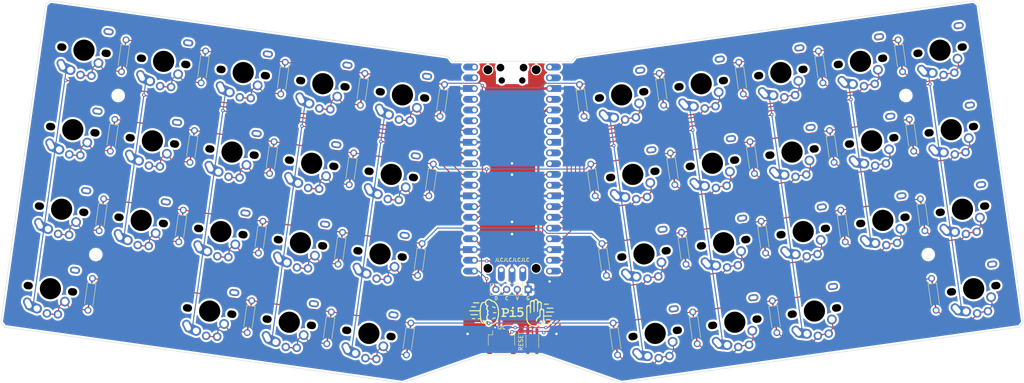
<source format=kicad_pcb>
(kicad_pcb (version 20211014) (generator pcbnew)
  (layers (0 "F.Cu" signal) (31 "B.Cu" signal) (34 "B.Paste" user) (35 "F.Paste" user) (36 "B.SilkS" user "B.Silkscreen") (37 "F.SilkS" user "F.Silkscreen") (38 "B.Mask" user) (39 "F.Mask" user) (44 "Edge.Cuts" user))
  (net 0 "")
  (net 1 "ROW1")
  (net 2 "Net-(D1-Pad2)")
  (net 3 "Net-(D2-Pad2)")
  (net 4 "Net-(D3-Pad2)")
  (net 5 "Net-(D4-Pad2)")
  (net 6 "Net-(D5-Pad2)")
  (net 7 "Net-(D6-Pad2)")
  (net 8 "Net-(D7-Pad2)")
  (net 9 "Net-(D8-Pad2)")
  (net 10 "Net-(D9-Pad2)")
  (net 11 "Net-(D10-Pad2)")
  (net 12 "ROW2")
  (net 13 "Net-(D11-Pad2)")
  (net 14 "Net-(D12-Pad2)")
  (net 15 "Net-(D13-Pad2)")
  (net 16 "Net-(D14-Pad2)")
  (net 17 "Net-(D15-Pad2)")
  (net 18 "Net-(D16-Pad2)")
  (net 19 "Net-(D17-Pad2)")
  (net 20 "Net-(D18-Pad2)")
  (net 21 "Net-(D19-Pad2)")
  (net 22 "Net-(D20-Pad2)")
  (net 23 "ROW3")
  (net 24 "Net-(D21-Pad2)")
  (net 25 "Net-(D22-Pad2)")
  (net 26 "Net-(D23-Pad2)")
  (net 27 "Net-(D24-Pad2)")
  (net 28 "Net-(D25-Pad2)")
  (net 29 "Net-(D26-Pad2)")
  (net 30 "Net-(D27-Pad2)")
  (net 31 "Net-(D28-Pad2)")
  (net 32 "Net-(D29-Pad2)")
  (net 33 "Net-(D30-Pad2)")
  (net 34 "ROW4")
  (net 35 "Net-(D31-Pad2)")
  (net 36 "Net-(D33-Pad2)")
  (net 37 "Net-(D34-Pad2)")
  (net 38 "Net-(D35-Pad2)")
  (net 39 "Net-(D36-Pad2)")
  (net 40 "Net-(D37-Pad2)")
  (net 41 "Net-(D38-Pad2)")
  (net 42 "+3V3")
  (net 43 "SDA1")
  (net 44 "SCL1")
  (net 45 "SDA0")
  (net 46 "SCL0")
  (net 47 "COL1")
  (net 48 "COL2")
  (net 49 "COL3")
  (net 50 "COL4")
  (net 51 "COL5")
  (net 52 "COL6")
  (net 53 "COL7")
  (net 54 "COL8")
  (net 55 "COL9")
  (net 56 "COL10")
  (net 57 "RUN")
  (net 73 "Net-(D40-Pad2)")
  (net 74 "GND")
  (footprint "Pi5Footprints:Multi-diode" (layer "F.Cu") (at 220.721293 112.470396 -82)
    (fp_text reference "D29" hide)
    (fp_text value "D")
  )
  (footprint "Pi5Footprints:Multi-diode" (layer "F.Cu") (at 242.180675 128.6412 -82)
    (fp_text reference "D40" hide)
    (fp_text value "D")
  )
  (footprint "MountingHole:MountingHole_2.2mm_M2" (layer "F.Cu") (at 235.569953 81.603467)
    (fp_text reference "H2" hide)
    (fp_text value "MountingHole_Pad")
  )
  (footprint "Pi5Footprints:Multi-diode" (layer "F.Cu") (at 80.449106 133.930489 -98)
    (fp_text reference "D33" hide)
    (fp_text value "D")
  )
  (footprint "Pi5Footprints:Multi-diode" (layer "F.Cu") (at 201.906199 115.114685 -82)
    (fp_text reference "D28" hide)
    (fp_text value "D")
  )
  (footprint "Pi5Footprints:Low Profile GC plus MX" (layer "F.Cu") (at 108.671746 137.896922 -8)
    (fp_text reference "SW35" hide)
    (fp_text value "SW_Push")
  )
  (footprint "Pi5Footprints:Low Profile GC plus MX" (layer "F.Cu") (at 41.344239 70.874486 -8)
    (fp_text reference "SW1" hide)
    (fp_text value "SW_Push")
  )
  (footprint "Pi5Footprints:Low Profile GC plus MX" (layer "F.Cu") (at 208.669457 94.977447 8)
    (fp_text reference "SW18" hide)
    (fp_text value "SW_Push")
  )
  (footprint "Pi5Footprints:Low Profile GC plus MX" (layer "F.Cu") (at 213.958035 132.607633 8)
    (fp_text reference "SW38" hide)
    (fp_text value "SW_Push")
  )
  (footprint "MountingHole:MountingHole_2.2mm_M2" (layer "F.Cu") (at 44.141063 119.234364)
    (fp_text reference "H3" hide)
    (fp_text value "MountingHole_Pad")
  )
  (footprint "Pi5Footprints:Multi-diode" (layer "F.Cu") (at 236.892097 91.011013 -82)
    (fp_text reference "D20" hide)
    (fp_text value "D")
  )
  (footprint "Pi5Footprints:Low Profile GC plus MX" (layer "F.Cu") (at 230.128839 111.148251 8)
    (fp_text reference "SW29" hide)
    (fp_text value "SW_Push")
  )
  (footprint "Pi5Footprints:Low Profile GC plus MX" (layer "F.Cu") (at 57.515044 92.333869 -8)
    (fp_text reference "SW12" hide)
    (fp_text value "SW_Push")
  )
  (footprint "Pi5Footprints:Low Profile GC plus MX" (layer "F.Cu") (at 168.394981 81.450931 8)
    (fp_text reference "SW6" hide)
    (fp_text value "SW_Push")
  )
  (footprint "Pi5Footprints:Multi-diode" (layer "F.Cu") (at 101.908488 117.759684 -98)
    (fp_text reference "D24" hide)
    (fp_text value "D")
  )
  (footprint "Pi5Footprints:Multi-diode" (layer "F.Cu") (at 83.093395 115.115395 -98)
    (fp_text reference "D23" hide)
    (fp_text value "D")
  )
  (footprint "Pi5Footprints:Multi-diode" (layer "F.Cu") (at 185.735395 136.574067 -82)
    (fp_text reference "D37" hide)
    (fp_text value "D")
  )
  (footprint "Pi5Footprints:Multi-diode" (layer "F.Cu") (at 180.446817 98.94388 -82)
    (fp_text reference "D17" hide)
    (fp_text value "D")
  )
  (footprint "Pi5Footprints:Multi-diode" (layer "F.Cu") (at 120.723581 120.403973 -98)
    (fp_text reference "D25" hide)
    (fp_text value "D")
  )
  (footprint "Pi5Footprints:Multi-diode" (layer "F.Cu") (at 177.802528 80.128787 -82)
    (fp_text reference "D7" hide)
    (fp_text value "D")
  )
  (footprint "Pi5Footprints:Low Profile GC plus MX" (layer "F.Cu") (at 206.025168 76.162354 8)
    (fp_text reference "SW8" hide)
    (fp_text value "SW_Push")
  )
  (footprint "Pi5Footprints:Multi-diode" (layer "F.Cu") (at 199.26191 96.299591 -82)
    (fp_text reference "D18" hide)
    (fp_text value "D")
  )
  (footprint "MountingHole:MountingHole_2.2mm_M2" (layer "F.Cu") (at 49.429641 81.604177)
    (fp_text reference "H1" hide)
    (fp_text value "MountingHole_Pad")
  )
  (footprint "MountingHole:MountingHole_2.2mm_M2" (layer "F.Cu") (at 240.85853 119.233654)
    (fp_text reference "H4" hide)
    (fp_text value "MountingHole_Pad")
  )
  (footprint "Pi5Footprints:Multi-diode" (layer "F.Cu") (at 99.264199 136.574777 -98)
    (fp_text reference "D34" hide)
    (fp_text value "D")
  )
  (footprint "Pi5Footprints:Low Profile GC plus MX" (layer "F.Cu") (at 227.48455 92.333158 8)
    (fp_text reference "SW19" hide)
    (fp_text value "SW_Push")
  )
  (footprint "Pi5Footprints:Multi-diode" (layer "F.Cu") (at 118.079292 139.219066 -98)
    (fp_text reference "D35" hide)
    (fp_text value "D")
  )
  (footprint "Pi5Footprints:Low Profile GC plus MX" (layer "F.Cu") (at 246.299644 89.688869 8)
    (fp_text reference "SW20" hide)
    (fp_text value "SW_Push")
  )
  (footprint "Pi5Footprints:Low Profile GC plus MX" (layer "F.Cu") (at 71.041559 132.608344 -8)
    (fp_text reference "SW33" hide)
    (fp_text value "SW_Push")
  )
  (footprint "Pi5Footprints:Multi-diode" (layer "F.Cu") (at 85.737683 96.300302 -98)
    (fp_text reference "D13" hide)
    (fp_text value "D")
  )
  (footprint "Pi5Footprints:Low Profile GC plus MX" (layer "F.Cu") (at 76.330137 94.978157 -8)
    (fp_text reference "SW13" hide)
    (fp_text value "SW_Push")
  )
  (footprint "Pi5Footprints:Low Profile GC plus MX" (layer "F.Cu") (at 92.500941 116.43754 -8)
    (fp_text reference "SW24" hide)
    (fp_text value "SW_Push")
  )
  (footprint "Pi5Footprints:Low Profile GC plus MX" (layer "F.Cu") (at 89.856652 135.252633 -8)
    (fp_text reference "SW34" hide)
    (fp_text value "SW_Push")
  )
  (footprint "Pi5Footprints:Multi-diode" (layer "F.Cu") (at 123.36787 101.58888 -98)
    (fp_text reference "D15" hide)
    (fp_text value "D")
  )
  (footprint "Pi5Footprints:Pi5-logo-outline" (layer "F.Cu") (at 142.761121 133.460098)
    (fp_text reference "REF**" hide)
    (fp_text value "Pi5-logo-outline")
  )
  (footprint "Pi5Footprints:Low Profile GC plus MX" (layer "F.Cu") (at 95.14523 97.622446 -8)
    (fp_text reference "SW14" hide)
    (fp_text value "SW_Push")
  )
  (footprint "Pi5Footprints:Low Profile GC plus MX" (layer "F.Cu") (at 97.789519 78.807353 -8)
    (fp_text reference "SW4" hide)
    (fp_text value "SW_Push")
  )
  (footprint "Connector_JST:JST_SH_SM04B-SRSS-TB_1x04-1MP_P1.00mm_Horizontal" (layer "F.Cu") (at 140 140)
    (fp_text reference "J1" hide)
    (fp_text value "QWIIC")
  )
  (footprint "Pi5Footprints:Multi-diode" (layer "F.Cu") (at 88.381972 77.485209 -98)
    (fp_text reference "D3" hide)
    (fp_text value "D")
  )
  (footprint "Pi5Footprints:Tact Switch (PTS815)" (layer "F.Cu") (at 147.3 139.75 -90)
    (fp_text reference "SW100" hide)
    (fp_text value "RESET")
  )
  (footprint "Pi5Footprints:Low Profile GC plus MX" (layer "F.Cu") (at 116.604612 81.451642 -8)
    (fp_text reference "SW5" hide)
    (fp_text value "SW_Push")
  )
  (footprint "Pi5Footprints:Low Profile GC plus MX" (layer "F.Cu") (at 113.960323 100.266735 -8)
    (fp_text reference "SW15" hide)
    (fp_text value "SW_Push")
  )
  (footprint "Pi5Footprints:Low Profile GC plus MX" (layer "F.Cu") (at 60.159332 73.518775 -8)
    (fp_text reference "SW2" hide)
    (fp_text value "SW_Push")
  )
  (footprint "Pi5Footprints:Multi-diode" (layer "F.Cu") (at 234.247808 72.19592 -82)
    (fp_text reference "D10" hide)
    (fp_text value "D")
  )
  (footprint "Pi5Footprints:Low Profile GC plus MX" (layer "F.Cu") (at 248.943933 108.503962 8)
    (fp_text reference "SW30" hide)
    (fp_text value "SW_Push")
  )
  (footprint "Pi5Footprints:Multi-diode" (layer "F.Cu") (at 50.751786 72.196631 -98)
    (fp_text reference "D1" hide)
    (fp_text value "D")
  )
  (footprint "Pi5Footprints:Multi-diode" (layer "F.Cu") (at 196.617621 77.484498 -82)
    (fp_text reference "D8" hide)
    (fp_text value "D")
  )
  (footprint "Pi5Footprints:Low Profile GC plus MX" (layer "F.Cu") (at 211.313746 113.79254 8)
    (fp_text reference "SW28" hide)
    (fp_text value "SW_Push")
  )
  (footprint "Pi5Footprints:Low Profile GC plus MX" (layer "F.Cu") (at 78.974426 76.163064 -8)
    (fp_text reference "SW3" hide)
    (fp_text value "SW_Push")
  )
  (footprint "Pi5Footprints:Low Profile GC plus MX" (layer "F.Cu") (at 187.210075 78.806642 8)
    (fp_text reference "SW7" hide)
    (fp_text value "SW_Push")
  )
  (footprint "Pi5Footprints:Multi-diode" (layer "F.Cu") (at 166.920302 139.218356 -82)
    (fp_text reference "D36" hide)
    (fp_text value "D")
  )
  (footprint "Pi5Footprints:Low Profile GC plus MX" (layer "F.Cu") (at 189.854364 97.621736 8)
    (fp_text reference "SW17" hide)
    (fp_text value "SW_Push")
  )
  (footprint "Pi5Footprints:Low Profile GC plus MX" (layer "F.Cu") (at 243.655355 70.873776 8)
    (fp_text reference "SW10" hide)
    (fp_text value "SW_Push")
  )
  (footprint "Pi5Footprints:Low Profile GC plus MX" (layer "F.Cu") (at 38.69995 89.68958 -8)
    (fp_text reference "SW11" hide)
    (fp_text value "SW_Push")
  )
  (footprint "Pi5Footprints:Multi-diode" (layer "F.Cu") (at 218.077004 93.655302 -82)
    (fp_text reference "D19" hide)
    (fp_text value "D")
  )
  (footprint "Pi5Footprints:Low Profile GC plus MX" (layer "F.Cu") (at 111.316035 119.081829 -8)
    (fp_text reference "SW25" hide)
    (fp_text value "SW_Push")
  )
  (footprint "Pi5Footprints:Multi-diode" (layer "F.Cu") (at 48.107497 91.011724 -98)
    (fp_text reference "D11" hide)
    (fp_text value "D")
  )
  (footprint "Pi5Footprints:Multi-diode" (layer "F.Cu") (at 66.92259 93.656013 -98)
    (fp_text reference "D12" hide)
    (fp_text value "D")
  )
  (footprint "Pi5Footprints:Low Profile GC plus MX" (layer "F.Cu") (at 251.588221 127.319056 8)
    (fp_text reference "SW40" hide)
    (fp_text value "SW_Push")
  )
  (footprint "Pi5Footprints:Low Profile GC plus MX" (layer "F.Cu") (at 33.411372 127.319766 -8)
    (fp_text reference "SW31" hide)
    (fp_text value "SW_Push")
  )
  (footprint "Pi5Footprints:PiPico" (layer "F.Cu") (at 142.5 99)
    (fp_text reference "U1" hide)
    (fp_text value "Pico")
  )
  (footprint "Pi5Footprints:Multi-diode" (layer "F.Cu") (at 215.432715 74.840209 -82)
    (fp_text reference "D9" hide)
    (fp_text value "D")
  )
  (footprint "Pi5Footprints:Multi-diode" (layer "F.Cu") (at 161.631724 101.588169 -82)
    (fp_text reference "D16" hide)
    (fp_text value "D")
  )
  (footprint "Pi5Footprints:PiPico-Mounting" (layer "F.Cu") (at 142.5 99)
    (fp_text reference "H5" hide)
    (fp_text value "MountingHole_Pad")
  )
  (footprint "Pi5Footprints:Low Profile GC plus MX" (layer "F.Cu") (at 73.685848 113.793251 -8)
    (fp_text reference "SW23" hide)
    (fp_text value "SW_Push")
  )
  (footprint "Pi5Footprints:Multi-diode" (layer "F.Cu") (at 107.197066 80.129498 -98)
    (fp_text reference "D4" hide)
    (fp_text value "D")
  )
  (footprint "Pi5Footprints:Multi-diode" (layer "F.Cu") (at 183.091106 117.758974 -82)
    (fp_text reference "D27" hide)
    (fp_text value "D")
  )
  (footprint "Pi5Footprints:Low Profile GC plus MX" (layer "F.Cu") (at 54.870755 111.148962 -8)
    (fp_text reference "SW22" hide)
    (fp_text value "SW_Push")
  )
  (footprint "Pi5Footprints:Multi-diode" (layer "F.Cu") (at 64.278301 112.471106 -98)
    (fp_text reference "D22" hide)
    (fp_text value "D")
  )
  (footprint "Pi5Footprints:Low Profile GC plus MX" (layer "F.Cu") (at 224.840261 73.518065 8)
    (fp_text reference "SW9" hide)
    (fp_text value "SW_Push")
  )
  (footprint "Pi5Footprints:Low Profile GC plus MX" (layer "F.Cu") (at 195.142942 135.251922 8)
    (fp_text reference "SW37" hide)
    (fp_text value "SW_Push")
  )
  (footprint "Connector_PinHeader_2.54mm:PinHeader_1x04_P2.54mm_Vertical" (layer "F.Cu") (at 146.3 127.5 -90)
    (fp_text reference "J2" hide)
    (fp_text value "DISPLAY")
  )
  (footprint "Pi5Footprints:Low Profile GC plus MX" (layer "F.Cu") (at 192.498653 116.436829 8)
    (fp_text reference "SW27" hide)
    (fp_text value "SW_Push")
  )
  (footprint "Pi5Footprints:Low Profile GC plus MX" (layer "F.Cu") (at 171.03927 100.266025 8)
    (fp_text reference "SW16" hide)
    (fp_text value "SW_Push")
  )
  (footprint "Pi5Footprints:Multi-diode" (layer "F.Cu") (at 126.012159 82.773786 -98)
    (fp_text reference "D5" hide)
    (fp_text value "D")
  )
  (footprint "Pi5Footprints:Low Profile GC plus MX" (layer "F.Cu") (at 36.055661 108.504673 -8)
    (fp_text reference "SW21" hide)
    (fp_text value "SW_Push")
  )
  (footprint "Pi5Footprints:Low Profile GC plus MX" (layer "F.Cu") (at 173.683559 119.081118 8)
    (fp_text reference "SW26" hide)
    (fp_text value "SW_Push")
  )
  (footprint "Pi5Footprints:Multi-diode" (layer "F.Cu") (at 158.987435 82.773076 -82)
    (fp_text reference "D6" hide)
    (fp_text value "D")
  )
  (footprint "Pi5Footprints:Multi-diode" (layer "F.Cu") (at 204.550488 133.929778 -82)
    (fp_text reference "D38" hide)
    (fp_text value "D")
  )
  (footprint "Pi5Footprints:Low Profile GC plus MX" (layer "F.Cu") (at 176.327848 137.896211 8)
    (fp_text reference "SW36" hide)
    (fp_text value "SW_Push")
  )
  (footprint "Pi5Footprints:Multi-diode" (layer "F.Cu") (at 239.536386 109.826107 -82)
    (fp_text reference "D30" hide)
    (fp_text value "D")
  )
  (footprint "Pi5Footprints:Multi-diode" (layer "F.Cu") (at 104.552777 98.944591 -98)
    (fp_text reference "D14" hide)
    (fp_text value "D")
  )
  (footprint "Pi5Footprints:Multi-diode" (layer "F.Cu") (at 69.566879 74.84092 -98)
    (fp_text reference "D2" hide)
    (fp_text value "D")
  )
  (footprint "Pi5Footprints:Multi-diode" (layer "F.Cu") (at 164.276013 120.403262 -82)
    (fp_text reference "D26" hide)
    (fp_text value "D")
  )
  (footprint "Pi5Footprints:Multi-diode" (layer "F.Cu") (at 45.463208 109.826817 -98)
    (fp_text reference "D21" hide)
    (fp_text value "D")
  )
  (footprint "Pi5Footprints:Multi-diode" (layer "F.Cu") (at 42.818919 128.641911 -98)
    (fp_text reference "D31" hide)
    (fp_text value "D")
  )
  (gr_line (start 135.5 143) (end 149.5 143) (layer "Edge.Cuts") (width 0.1))
  (gr_line (start 157.526117 72.375261) (end 251.601584 59.153817) (layer "Edge.Cuts") (width 0.1))
  (gr_line (start 251.601584 59.153817) (end 252.731025 60.004911) (layer "Edge.Cuts") (width 0.1))
  (gr_line (start 32.268569 60.005622) (end 33.39801 59.154527) (layer "Edge.Cuts") (width 0.1))
  (gr_line (start 168.381619 149.61617) (end 149.5 143) (layer "Edge.Cuts") (width 0.1))
  (gr_line (start 262.457086 136.394726) (end 168.381619 149.61617) (layer "Edge.Cuts") (width 0.1))
  (gr_line (start 33.39801 59.154527) (end 127.473477 72.375972) (layer "Edge.Cuts") (width 0.1))
  (gr_line (start 156.675022 73.504702) (end 128.324572 73.505413) (layer "Edge.Cuts") (width 0.1))
  (gr_line (start 116.617975 149.616881) (end 22.542508 136.395436) (layer "Edge.Cuts") (width 0.1))
  (gr_line (start 22.542508 136.395436) (end 21.691413 135.265995) (layer "Edge.Cuts") (width 0.1))
  (gr_line (start 263.308181 135.265285) (end 262.457086 136.394726) (layer "Edge.Cuts") (width 0.1))
  (gr_line (start 21.691413 135.265995) (end 32.268569 60.005622) (layer "Edge.Cuts") (width 0.1))
  (gr_line (start 127.473477 72.375972) (end 128.324572 73.505413) (layer "Edge.Cuts") (width 0.1))
  (gr_line (start 156.675022 73.504702) (end 157.526117 72.375261) (layer "Edge.Cuts") (width 0.1))
  (gr_line (start 252.731025 60.004911) (end 263.308181 135.265285) (layer "Edge.Cuts") (width 0.1))
  (gr_line (start 135.5 143) (end 116.617975 149.616881) (layer "Edge.Cuts") (width 0.1))
  (gr_text "RESET" (at 144.6 139.75 90) (layer "F.SilkS") (effects (font (size 1 1))))
  (gr_text "G" (at 146.25 129.6) (layer "F.SilkS") (effects (font (size 0.8 0.8))))
  (gr_text "D" (at 138.75 129.6) (layer "F.SilkS") (effects (font (size 0.8 0.8))))
  (gr_text "V" (at 143.75 129.6) (layer "F.SilkS") (effects (font (size 0.8 0.8))))
  (gr_text "I2C" (at 140 136.5) (layer "F.SilkS") (effects (font (size 0.8 0.8))))
  (gr_text "JLCJLCJLCJLC" (at 142.5 120.5) (layer "F.SilkS") (effects (font (size 0.8 0.8))))
  (gr_text "C" (at 141.25 129.6) (layer "F.SilkS") (effects (font (size 0.8 0.8))))
  (segment (start 196.087372 73.711577) (end 177.272279 76.355866) (width 0.25) (layer "F.Cu") (net 1))
  (segment (start 135.5 79.25) (end 135.5 107) (width 0.25) (layer "F.Cu") (net 1))
  (segment (start 177.272279 76.355866) (end 158.457185 79.000155) (width 0.25) (layer "F.Cu") (net 1))
  (segment (start 70.097129 71.067998) (end 88.912222 73.712287) (width 0.25) (layer "F.Cu") (net 1))
  (segment (start 214.902465 71.067288) (end 196.087372 73.711577) (width 0.25) (layer "F.Cu") (net 1))
  (segment (start 233.717559 68.422999) (end 214.902465 71.067288) (width 0.25) (layer "F.Cu") (net 1))
  (segment (start 135.5 107) (end 134.61 107.89) (width 0.25) (layer "F.Cu") (net 1))
  (segment (start 88.912222 73.712287) (end 107.727315 76.356576) (width 0.25) (layer "F.Cu") (net 1))
  (segment (start 107.727315 76.356576) (end 126.542409 79.000865) (width 0.25) (layer "F.Cu") (net 1))
  (segment (start 134.61 107.89) (end 133.61 107.89) (width 0.25) (layer "F.Cu") (net 1))
  (segment (start 51.282035 68.423709) (end 70.097129 71.067998) (width 0.25) (layer "F.Cu") (net 1))
  (via (at 135.5 79.25) (size 0.8) (drill 0.4) (layers "F.Cu" "B.Cu") (net 1))
  (segment (start 158.15703 78.7) (end 158.457185 79.000155) (width 0.25) (layer "B.Cu") (net 1))
  (segment (start 134.95 78.7) (end 136.006 79.756) (width 0.25) (layer "B.Cu") (net 1))
  (segment (start 150.3 78.7) (end 158.15703 78.7) (width 0.25) (layer "B.Cu") (net 1))
  (segment (start 126.843274 78.7) (end 134.95 78.7) (width 0.25) (layer "B.Cu") (net 1))
  (segment (start 136.006 79.756) (end 149.244 79.756) (width 0.25) (layer "B.Cu") (net 1))
  (segment (start 149.244 79.756) (end 150.3 78.7) (width 0.25) (layer "B.Cu") (net 1))
  (segment (start 126.542409 79.000865) (end 126.843274 78.7) (width 0.25) (layer "B.Cu") (net 1))
  (segment (start 42.949275 77.058042) (end 43.118691 76.930378) (width 0.25) (layer "F.Cu") (net 2))
  (segment (start 40.523118 76.717068) (end 42.949275 77.058042) (width 0.25) (layer "F.Cu") (net 2))
  (segment (start 43.397037 74.949842) (end 44.763661 73.920017) (width 0.25) (layer "F.Cu") (net 2))
  (segment (start 44.763661 73.920017) (end 45.844551 75.354407) (width 0.25) (layer "F.Cu") (net 2))
  (segment (start 45.844551 75.354407) (end 50.221536 75.969552) (width 0.25) (layer "F.Cu") (net 2))
  (segment (start 43.118691 76.930378) (end 43.397037 74.949842) (width 0.25) (layer "F.Cu") (net 2))
  (segment (start 63.578754 76.564306) (end 64.659645 77.998696) (width 0.25) (layer "F.Cu") (net 3))
  (segment (start 61.933784 79.574667) (end 62.21213 77.594131) (width 0.25) (layer "F.Cu") (net 3))
  (segment (start 62.21213 77.594131) (end 63.578754 76.564306) (width 0.25) (layer "F.Cu") (net 3))
  (segment (start 64.659645 77.998696) (end 69.03663 78.613841) (width 0.25) (layer "F.Cu") (net 3))
  (segment (start 61.764368 79.702331) (end 61.933784 79.574667) (width 0.25) (layer "F.Cu") (net 3))
  (segment (start 59.338211 79.361357) (end 61.764368 79.702331) (width 0.25) (layer "F.Cu") (net 3))
  (segment (start 80.579461 82.34662) (end 80.748877 82.218956) (width 0.25) (layer "F.Cu") (net 4))
  (segment (start 82.393847 79.208595) (end 83.474738 80.642985) (width 0.25) (layer "F.Cu") (net 4))
  (segment (start 81.027224 80.238419) (end 82.393847 79.208595) (width 0.25) (layer "F.Cu") (net 4))
  (segment (start 80.748877 82.218956) (end 81.027224 80.238419) (width 0.25) (layer "F.Cu") (net 4))
  (segment (start 83.474738 80.642985) (end 87.851723 81.25813) (width 0.25) (layer "F.Cu") (net 4))
  (segment (start 78.153304 82.005646) (end 80.579461 82.34662) (width 0.25) (layer "F.Cu") (net 4))
  (segment (start 99.842317 82.882708) (end 101.208941 81.852883) (width 0.25) (layer "F.Cu") (net 5))
  (segment (start 101.208941 81.852883) (end 102.289831 83.287274) (width 0.25) (layer "F.Cu") (net 5))
  (segment (start 99.563971 84.863245) (end 99.842317 82.882708) (width 0.25) (layer "F.Cu") (net 5))
  (segment (start 99.394555 84.990909) (end 99.563971 84.863245) (width 0.25) (layer "F.Cu") (net 5))
  (segment (start 102.289831 83.287274) (end 106.666816 83.902419) (width 0.25) (layer "F.Cu") (net 5))
  (segment (start 96.968398 84.649935) (end 99.394555 84.990909) (width 0.25) (layer "F.Cu") (net 5))
  (segment (start 118.209648 87.635198) (end 118.379064 87.507533) (width 0.25) (layer "F.Cu") (net 6))
  (segment (start 115.783491 87.294224) (end 118.209648 87.635198) (width 0.25) (layer "F.Cu") (net 6))
  (segment (start 118.379064 87.507533) (end 118.65741 85.526997) (width 0.25) (layer "F.Cu") (net 6))
  (segment (start 125.481909 86.546708) (end 121.104925 85.931563) (width 0.25) (layer "F.Cu") (net 6))
  (segment (start 121.104925 85.931563) (end 120.024034 84.497172) (width 0.25) (layer "F.Cu") (net 6))
  (segment (start 118.65741 85.526997) (end 120.024034 84.497172) (width 0.25) (layer "F.Cu") (net 6))
  (segment (start 171.769924 86.783123) (end 169.343767 87.124097) (width 0.25) (layer "F.Cu") (net 7))
  (segment (start 172.521403 83.435963) (end 172.799749 85.416499) (width 0.25) (layer "F.Cu") (net 7))
  (segment (start 163.007658 89.175881) (end 159.517684 86.545997) (width 0.25) (layer "F.Cu") (net 7))
  (segment (start 169.216103 87.293513) (end 168.365008 88.422954) (width 0.25) (layer "F.Cu") (net 7))
  (segment (start 168.365008 88.422954) (end 163.007658 89.175881) (width 0.25) (layer "F.Cu") (net 7))
  (segment (start 172.799749 85.416499) (end 171.769924 86.783123) (width 0.25) (layer "F.Cu") (net 7))
  (segment (start 169.343767 87.124097) (end 169.216103 87.293513) (width 0.25) (layer "F.Cu") (net 7))
  (segment (start 191.614842 82.77221) (end 190.585017 84.138834) (width 0.25) (layer "F.Cu") (net 8))
  (segment (start 191.336496 80.791674) (end 191.614842 82.77221) (width 0.25) (layer "F.Cu") (net 8))
  (segment (start 187.180101 85.778665) (end 181.822751 86.531592) (width 0.25) (layer "F.Cu") (net 8))
  (segment (start 188.031196 84.649224) (end 187.180101 85.778665) (width 0.25) (layer "F.Cu") (net 8))
  (segment (start 190.585017 84.138834) (end 188.15886 84.479808) (width 0.25) (layer "F.Cu") (net 8))
  (segment (start 181.822751 86.531592) (end 178.332778 83.901708) (width 0.25) (layer "F.Cu") (net 8))
  (segment (start 188.15886 84.479808) (end 188.031196 84.649224) (width 0.25) (layer "F.Cu") (net 8))
  (segment (start 206.973954 81.835519) (end 206.846289 82.004935) (width 0.25) (layer "F.Cu") (net 9))
  (segment (start 200.637844 83.887303) (end 197.147871 81.257419) (width 0.25) (layer "F.Cu") (net 9))
  (segment (start 205.995194 83.134376) (end 200.637844 83.887303) (width 0.25) (layer "F.Cu") (net 9))
  (segment (start 210.151589 78.147385) (end 210.429935 80.127921) (width 0.25) (layer "F.Cu") (net 9))
  (segment (start 206.846289 82.004935) (end 205.995194 83.134376) (width 0.25) (layer "F.Cu") (net 9))
  (segment (start 209.40011 81.494545) (end 206.973954 81.835519) (width 0.25) (layer "F.Cu") (net 9))
  (segment (start 210.429935 80.127921) (end 209.40011 81.494545) (width 0.25) (layer "F.Cu") (net 9))
  (segment (start 225.661383 79.360646) (end 224.810288 80.490087) (width 0.25) (layer "F.Cu") (net 10))
  (segment (start 224.810288 80.490087) (end 219.452937 81.243014) (width 0.25) (layer "F.Cu") (net 10))
  (segment (start 229.245029 77.483632) (end 228.215204 78.850256) (width 0.25) (layer "F.Cu") (net 10))
  (segment (start 219.452937 81.243014) (end 215.962964 78.61313) (width 0.25) (layer "F.Cu") (net 10))
  (segment (start 225.789047 79.19123) (end 225.661383 79.360646) (width 0.25) (layer "F.Cu") (net 10))
  (segment (start 228.966682 75.503096) (end 229.245029 77.483632) (width 0.25) (layer "F.Cu") (net 10))
  (segment (start 228.215204 78.850256) (end 225.789047 79.19123) (width 0.25) (layer "F.Cu") (net 10))
  (segment (start 244.60414 76.546941) (end 244.476476 76.716357) (width 0.25) (layer "F.Cu") (net 11))
  (segment (start 248.060122 74.839343) (end 247.030297 76.205967) (width 0.25) (layer "F.Cu") (net 11))
  (segment (start 243.625381 77.845798) (end 238.268031 78.598725) (width 0.25) (layer "F.Cu") (net 11))
  (segment (start 244.476476 76.716357) (end 243.625381 77.845798) (width 0.25) (layer "F.Cu") (net 11))
  (segment (start 247.030297 76.205967) (end 244.60414 76.546941) (width 0.25) (layer "F.Cu") (net 11))
  (segment (start 238.268031 78.598725) (end 234.778058 75.968842) (width 0.25) (layer "F.Cu") (net 11))
  (segment (start 247.781776 72.858807) (end 248.060122 74.839343) (width 0.25) (layer "F.Cu") (net 11))
  (segment (start 136.5 108.5) (end 134.57 110.43) (width 0.25) (layer "F.Cu") (net 12))
  (segment (start 198.731661 92.52667) (end 217.546754 89.882381) (width 0.25) (layer "F.Cu") (net 12))
  (segment (start 105.083026 95.171669) (end 123.89812 97.815958) (width 0.25) (layer "F.Cu") (net 12))
  (segment (start 134.57 110.43) (end 133.61 110.43) (width 0.25) (layer "F.Cu") (net 12))
  (segment (start 136.5 99) (end 136.5 108.5) (width 0.25) (layer "F.Cu") (net 12))
  (segment (start 67.45284 89.883092) (end 86.267933 92.527381) (width 0.25) (layer "F.Cu") (net 12))
  (segment (start 217.546754 89.882381) (end 236.361847 87.238092) (width 0.25) (layer "F.Cu") (net 12))
  (segment (start 86.267933 92.527381) (end 105.083026 95.171669) (width 0.25) (layer "F.Cu") (net 12))
  (segment (start 48.637746 87.238803) (end 67.45284 89.883092) (width 0.25) (layer "F.Cu") (net 12))
  (segment (start 161.101474 97.815248) (end 179.916568 95.170959) (width 0.25) (layer "F.Cu") (net 12))
  (segment (start 179.916568 95.170959) (end 198.731661 92.52667) (width 0.25) (layer "F.Cu") (net 12))
  (via (at 136.5 99) (size 0.8) (drill 0.4) (layers "F.Cu" "B.Cu") (net 12))
  (segment (start 125.082161 99) (end 159.916722 99) (width 0.25) (layer "B.Cu") (net 12))
  (segment (start 123.89812 97.815959) (end 125.082161 99) (width 0.25) (layer "B.Cu") (net 12))
  (segment (start 159.916722 99) (end 161.101474 97.815248) (width 0.25) (layer "B.Cu") (net 12))
  (segment (start 37.878829 95.532161) (end 40.304986 95.873135) (width 0.25) (layer "F.Cu") (net 13))
  (segment (start 40.752748 93.764935) (end 42.119372 92.73511) (width 0.25) (layer "F.Cu") (net 13))
  (segment (start 40.474402 95.745471) (end 40.752748 93.764935) (width 0.25) (layer "F.Cu") (net 13))
  (segment (start 47.577247 94.784645) (end 43.200262 94.1695) (width 0.25) (layer "F.Cu") (net 13))
  (segment (start 43.200262 94.1695) (end 42.119372 92.73511) (width 0.25) (layer "F.Cu") (net 13))
  (segment (start 40.304986 95.873135) (end 40.474402 95.745471) (width 0.25) (layer "F.Cu") (net 13))
  (segment (start 59.567841 96.409224) (end 60.934465 95.379399) (width 0.25) (layer "F.Cu") (net 14))
  (segment (start 62.015356 96.813789) (end 60.934465 95.379399) (width 0.25) (layer "F.Cu") (net 14))
  (segment (start 59.289495 98.38976) (end 59.567841 96.409224) (width 0.25) (layer "F.Cu") (net 14))
  (segment (start 56.693922 98.17645) (end 59.120079 98.517424) (width 0.25) (layer "F.Cu") (net 14))
  (segment (start 59.120079 98.517424) (end 59.289495 98.38976) (width 0.25) (layer "F.Cu") (net 14))
  (segment (start 66.392341 97.428934) (end 62.015356 96.813789) (width 0.25) (layer "F.Cu") (net 14))
  (segment (start 78.382935 99.053513) (end 79.749558 98.023688) (width 0.25) (layer "F.Cu") (net 15))
  (segment (start 75.509016 100.820739) (end 77.935172 101.161713) (width 0.25) (layer "F.Cu") (net 15))
  (segment (start 78.104588 101.034049) (end 78.382935 99.053513) (width 0.25) (layer "F.Cu") (net 15))
  (segment (start 77.935172 101.161713) (end 78.104588 101.034049) (width 0.25) (layer "F.Cu") (net 15))
  (segment (start 80.830449 99.458078) (end 79.749558 98.023688) (width 0.25) (layer "F.Cu") (net 15))
  (segment (start 85.207434 100.073223) (end 80.830449 99.458078) (width 0.25) (layer "F.Cu") (net 15))
  (segment (start 99.645542 102.102367) (end 98.564652 100.667977) (width 0.25) (layer "F.Cu") (net 16))
  (segment (start 96.919682 103.678338) (end 97.198028 101.697802) (width 0.25) (layer "F.Cu") (net 16))
  (segment (start 97.198028 101.697802) (end 98.564652 100.667977) (width 0.25) (layer "F.Cu") (net 16))
  (segment (start 94.324109 103.465028) (end 96.750266 103.806002) (width 0.25) (layer "F.Cu") (net 16))
  (segment (start 96.750266 103.806002) (end 96.919682 103.678338) (width 0.25) (layer "F.Cu") (net 16))
  (segment (start 104.022527 102.717512) (end 99.645542 102.102367) (width 0.25) (layer "F.Cu") (net 16))
  (segment (start 118.460636 104.746656) (end 117.379745 103.312266) (width 0.25) (layer "F.Cu") (net 17))
  (segment (start 113.139202 106.109317) (end 115.565359 106.450291) (width 0.25) (layer "F.Cu") (net 17))
  (segment (start 116.013121 104.342091) (end 115.734775 106.322627) (width 0.25) (layer "F.Cu") (net 17))
  (segment (start 115.565359 106.450291) (end 115.734775 106.322627) (width 0.25) (layer "F.Cu") (net 17))
  (segment (start 117.379745 103.312266) (end 116.013121 104.342091) (width 0.25) (layer "F.Cu") (net 17))
  (segment (start 122.837621 105.361801) (end 118.460636 104.746656) (width 0.25) (layer "F.Cu") (net 17))
  (segment (start 171.988056 105.93919) (end 171.860392 106.108606) (width 0.25) (layer "F.Cu") (net 18))
  (segment (start 171.009297 107.238047) (end 165.651946 107.990974) (width 0.25) (layer "F.Cu") (net 18))
  (segment (start 175.444038 104.231592) (end 174.414213 105.598216) (width 0.25) (layer "F.Cu") (net 18))
  (segment (start 175.165691 102.251056) (end 175.444038 104.231592) (width 0.25) (layer "F.Cu") (net 18))
  (segment (start 165.651946 107.990974) (end 162.161973 105.36109) (width 0.25) (layer "F.Cu") (net 18))
  (segment (start 171.860392 106.108606) (end 171.009297 107.238047) (width 0.25) (layer "F.Cu") (net 18))
  (segment (start 174.414213 105.598216) (end 171.988056 105.93919) (width 0.25) (layer "F.Cu") (net 18))
  (segment (start 184.46704 105.346685) (end 180.977067 102.716802) (width 0.25) (layer "F.Cu") (net 19))
  (segment (start 190.803149 103.294901) (end 190.675485 103.464317) (width 0.25) (layer "F.Cu") (net 19))
  (segment (start 189.82439 104.593759) (end 184.46704 105.346685) (width 0.25) (layer "F.Cu") (net 19))
  (segment (start 190.675485 103.464317) (end 189.82439 104.593759) (width 0.25) (layer "F.Cu") (net 19))
  (segment (start 194.259131 101.587303) (end 193.229306 102.953927) (width 0.25) (layer "F.Cu") (net 19))
  (segment (start 193.980785 99.606767) (end 194.259131 101.587303) (width 0.25) (layer "F.Cu") (net 19))
  (segment (start 193.229306 102.953927) (end 190.803149 103.294901) (width 0.25) (layer "F.Cu") (net 19))
  (segment (start 213.074224 98.943014) (end 212.044399 100.309638) (width 0.25) (layer "F.Cu") (net 20))
  (segment (start 203.282133 102.702396) (end 199.79216 100.072513) (width 0.25) (layer "F.Cu") (net 20))
  (segment (start 208.639483 101.94947) (end 203.282133 102.702396) (width 0.25) (layer "F.Cu") (net 20))
  (segment (start 212.795878 96.962478) (end 213.074224 98.943014) (width 0.25) (layer "F.Cu") (net 20))
  (segment (start 209.618243 100.650612) (end 209.490578 100.820028) (width 0.25) (layer "F.Cu") (net 20))
  (segment (start 212.044399 100.309638) (end 209.618243 100.650612) (width 0.25) (layer "F.Cu") (net 20))
  (segment (start 209.490578 100.820028) (end 208.639483 101.94947) (width 0.25) (layer "F.Cu") (net 20))
  (segment (start 228.433336 98.006323) (end 228.305672 98.17574) (width 0.25) (layer "F.Cu") (net 21))
  (segment (start 227.454577 99.305181) (end 222.097226 100.058107) (width 0.25) (layer "F.Cu") (net 21))
  (segment (start 228.305672 98.17574) (end 227.454577 99.305181) (width 0.25) (layer "F.Cu") (net 21))
  (segment (start 222.097226 100.058107) (end 218.607253 97.428224) (width 0.25) (layer "F.Cu") (net 21))
  (segment (start 230.859493 97.665349) (end 228.433336 98.006323) (width 0.25) (layer "F.Cu") (net 21))
  (segment (start 231.889318 96.298725) (end 230.859493 97.665349) (width 0.25) (layer "F.Cu") (net 21))
  (segment (start 231.610971 94.318189) (end 231.889318 96.298725) (width 0.25) (layer "F.Cu") (net 21))
  (segment (start 247.120765 95.531451) (end 246.26967 96.660892) (width 0.25) (layer "F.Cu") (net 22))
  (segment (start 246.26967 96.660892) (end 240.91232 97.413818) (width 0.25) (layer "F.Cu") (net 22))
  (segment (start 247.248429 95.362034) (end 247.120765 95.531451) (width 0.25) (layer "F.Cu") (net 22))
  (segment (start 249.674586 95.02106) (end 247.248429 95.362034) (width 0.25) (layer "F.Cu") (net 22))
  (segment (start 240.91232 97.413818) (end 237.422346 94.783935) (width 0.25) (layer "F.Cu") (net 22))
  (segment (start 250.704411 93.654437) (end 249.674586 95.02106) (width 0.25) (layer "F.Cu") (net 22))
  (segment (start 250.426065 91.6739) (end 250.704411 93.654437) (width 0.25) (layer "F.Cu") (net 22))
  (segment (start 201.37595 111.341763) (end 182.560856 113.986052) (width 0.25) (layer "F.Cu") (net 23))
  (segment (start 220.191043 108.697474) (end 201.37595 111.341763) (width 0.25) (layer "F.Cu") (net 23))
  (segment (start 45.993457 106.053896) (end 64.808551 108.698185) (width 0.25) (layer "F.Cu") (net 23))
  (segment (start 182.560856 113.986052) (end 163.745763 116.630341) (width 0.25) (layer "F.Cu") (net 23))
  (segment (start 239.006136 106.053185) (end 220.191043 108.697474) (width 0.25) (layer "F.Cu") (net 23))
  (segment (start 64.808551 108.698185) (end 83.623644 111.342474) (width 0.25) (layer "F.Cu") (net 23))
  (segment (start 83.623644 111.342474) (end 102.438737 113.986763) (width 0.25) (layer "F.Cu") (net 23))
  (segment (start 102.438737 113.986763) (end 121.253831 116.631052) (width 0.25) (layer "F.Cu") (net 23))
  (segment (start 149.559844 112.97) (end 150.789844 114.2) (width 0.25) (layer "B.Cu") (net 23))
  (segment (start 133.61 112.97) (end 149.559844 112.97) (width 0.25) (layer "B.Cu") (net 23))
  (segment (start 150.789844 114.2) (end 161.315422 114.2) (width 0.25) (layer "B.Cu") (net 23))
  (segment (start 161.315422 114.2) (end 163.745763 116.630341) (width 0.25) (layer "B.Cu") (net 23))
  (segment (start 124.914883 112.97) (end 133.61 112.97) (width 0.25) (layer "B.Cu") (net 23))
  (segment (start 121.253831 116.631052) (end 124.914883 112.97) (width 0.25) (layer "B.Cu") (net 23))
  (segment (start 38.108459 112.580028) (end 39.475083 111.550203) (width 0.25) (layer "F.Cu") (net 24))
  (segment (start 40.555974 112.984594) (end 39.475083 111.550203) (width 0.25) (layer "F.Cu") (net 24))
  (segment (start 37.830113 114.560564) (end 38.108459 112.580028) (width 0.25) (layer "F.Cu") (net 24))
  (segment (start 37.660697 114.688229) (end 37.830113 114.560564) (width 0.25) (layer "F.Cu") (net 24))
  (segment (start 44.932958 113.599739) (end 40.555974 112.984594) (width 0.25) (layer "F.Cu") (net 24))
  (segment (start 35.23454 114.347255) (end 37.660697 114.688229) (width 0.25) (layer "F.Cu") (net 24))
  (segment (start 63.748052 116.244028) (end 59.371067 115.628883) (width 0.25) (layer "F.Cu") (net 25))
  (segment (start 59.371067 115.628883) (end 58.290176 114.194492) (width 0.25) (layer "F.Cu") (net 25))
  (segment (start 54.049633 116.991543) (end 56.47579 117.332518) (width 0.25) (layer "F.Cu") (net 25))
  (segment (start 56.645206 117.204853) (end 56.923552 115.224317) (width 0.25) (layer "F.Cu") (net 25))
  (segment (start 56.47579 117.332518) (end 56.645206 117.204853) (width 0.25) (layer "F.Cu") (net 25))
  (segment (start 56.923552 115.224317) (end 58.290176 114.194492) (width 0.25) (layer "F.Cu") (net 25))
  (segment (start 78.18616 118.273171) (end 77.10527 116.838781) (width 0.25) (layer "F.Cu") (net 26))
  (segment (start 75.290883 119.976806) (end 75.4603 119.849142) (width 0.25) (layer "F.Cu") (net 26))
  (segment (start 75.738646 117.868606) (end 77.10527 116.838781) (width 0.25) (layer "F.Cu") (net 26))
  (segment (start 82.563145 118.888317) (end 78.18616 118.273171) (width 0.25) (layer "F.Cu") (net 26))
  (segment (start 72.864727 119.635832) (end 75.290883 119.976806) (width 0.25) (layer "F.Cu") (net 26))
  (segment (start 75.4603 119.849142) (end 75.738646 117.868606) (width 0.25) (layer "F.Cu") (net 26))
  (segment (start 91.67982 122.280121) (end 94.105977 122.621095) (width 0.25) (layer "F.Cu") (net 27))
  (segment (start 101.378238 121.532605) (end 97.001253 120.91746) (width 0.25) (layer "F.Cu") (net 27))
  (segment (start 97.001253 120.91746) (end 95.920363 119.48307) (width 0.25) (layer "F.Cu") (net 27))
  (segment (start 94.105977 122.621095) (end 94.275393 122.493431) (width 0.25) (layer "F.Cu") (net 27))
  (segment (start 94.553739 120.512895) (end 95.920363 119.48307) (width 0.25) (layer "F.Cu") (net 27))
  (segment (start 94.275393 122.493431) (end 94.553739 120.512895) (width 0.25) (layer "F.Cu") (net 27))
  (segment (start 113.090486 125.13772) (end 113.368832 123.157184) (width 0.25) (layer "F.Cu") (net 28))
  (segment (start 115.816347 123.561749) (end 114.735456 122.127359) (width 0.25) (layer "F.Cu") (net 28))
  (segment (start 110.494913 124.92441) (end 112.92107 125.265384) (width 0.25) (layer "F.Cu") (net 28))
  (segment (start 113.368832 123.157184) (end 114.735456 122.127359) (width 0.25) (layer "F.Cu") (net 28))
  (segment (start 112.92107 125.265384) (end 113.090486 125.13772) (width 0.25) (layer "F.Cu") (net 28))
  (segment (start 120.193332 124.176894) (end 115.816347 123.561749) (width 0.25) (layer "F.Cu") (net 28))
  (segment (start 174.632345 124.754283) (end 174.504681 124.9237) (width 0.25) (layer "F.Cu") (net 29))
  (segment (start 177.058502 124.413309) (end 174.632345 124.754283) (width 0.25) (layer "F.Cu") (net 29))
  (segment (start 174.504681 124.9237) (end 173.653586 126.053141) (width 0.25) (layer "F.Cu") (net 29))
  (segment (start 178.088327 123.046686) (end 177.058502 124.413309) (width 0.25) (layer "F.Cu") (net 29))
  (segment (start 168.296235 126.806067) (end 164.806262 124.176184) (width 0.25) (layer "F.Cu") (net 29))
  (segment (start 173.653586 126.053141) (end 168.296235 126.806067) (width 0.25) (layer "F.Cu") (net 29))
  (segment (start 177.80998 121.066149) (end 178.088327 123.046686) (width 0.25) (layer "F.Cu") (net 29))
  (segment (start 193.319774 122.279411) (end 192.468679 123.408852) (width 0.25) (layer "F.Cu") (net 30))
  (segment (start 195.873595 121.76902) (end 193.447438 122.109995) (width 0.25) (layer "F.Cu") (net 30))
  (segment (start 192.468679 123.408852) (end 187.111329 124.161778) (width 0.25) (layer "F.Cu") (net 30))
  (segment (start 193.447438 122.109995) (end 193.319774 122.279411) (width 0.25) (layer "F.Cu") (net 30))
  (segment (start 196.90342 120.402397) (end 195.873595 121.76902) (width 0.25) (layer "F.Cu") (net 30))
  (segment (start 187.111329 124.161778) (end 183.621355 121.531895) (width 0.25) (layer "F.Cu") (net 30))
  (segment (start 196.625074 118.42186) (end 196.90342 120.402397) (width 0.25) (layer "F.Cu") (net 30))
  (segment (start 215.718513 117.758108) (end 214.688688 119.124731) (width 0.25) (layer "F.Cu") (net 31))
  (segment (start 212.134867 119.635122) (end 211.283772 120.764563) (width 0.25) (layer "F.Cu") (net 31))
  (segment (start 215.440167 115.777572) (end 215.718513 117.758108) (width 0.25) (layer "F.Cu") (net 31))
  (segment (start 205.926422 121.517489) (end 202.436449 118.887606) (width 0.25) (layer "F.Cu") (net 31))
  (segment (start 214.688688 119.124731) (end 212.262531 119.465706) (width 0.25) (layer "F.Cu") (net 31))
  (segment (start 212.262531 119.465706) (end 212.134867 119.635122) (width 0.25) (layer "F.Cu") (net 31))
  (segment (start 211.283772 120.764563) (end 205.926422 121.517489) (width 0.25) (layer "F.Cu") (net 31))
  (segment (start 234.25526 113.133283) (end 234.533606 115.113819) (width 0.25) (layer "F.Cu") (net 32))
  (segment (start 234.533606 115.113819) (end 233.503782 116.480443) (width 0.25) (layer "F.Cu") (net 32))
  (segment (start 233.503782 116.480443) (end 231.077625 116.821417) (width 0.25) (layer "F.Cu") (net 32))
  (segment (start 230.098866 118.120274) (end 224.741515 118.8732) (width 0.25) (layer "F.Cu") (net 32))
  (segment (start 230.949961 116.990833) (end 230.098866 118.120274) (width 0.25) (layer "F.Cu") (net 32))
  (segment (start 224.741515 118.8732) (end 221.251542 116.243317) (width 0.25) (layer "F.Cu") (net 32))
  (segment (start 231.077625 116.821417) (end 230.949961 116.990833) (width 0.25) (layer "F.Cu") (net 32))
  (segment (start 249.765054 114.346544) (end 248.913959 115.475985) (width 0.25) (layer "F.Cu") (net 33))
  (segment (start 248.913959 115.475985) (end 243.556609 116.228912) (width 0.25) (layer "F.Cu") (net 33))
  (segment (start 243.556609 116.228912) (end 240.066635 113.599028) (width 0.25) (layer "F.Cu") (net 33))
  (segment (start 249.892718 114.177128) (end 249.765054 114.346544) (width 0.25) (layer "F.Cu") (net 33))
  (segment (start 253.3487 112.46953) (end 252.318875 113.836154) (width 0.25) (layer "F.Cu") (net 33))
  (segment (start 253.070354 110.488994) (end 253.3487 112.46953) (width 0.25) (layer "F.Cu") (net 33))
  (segment (start 252.318875 113.836154) (end 249.892718 114.177128) (width 0.25) (layer "F.Cu") (net 33))
  (segment (start 80.979355 130.157567) (end 99.794448 132.801856) (width 0.25) (layer "F.Cu") (net 34))
  (segment (start 241.650425 124.868279) (end 204.020239 130.156857) (width 0.25) (layer "F.Cu") (net 34))
  (segment (start 136.725008 135.224511) (end 136.699897 135.224511) (width 0.25) (layer "F.Cu") (net 34))
  (segment (start 99.794448 132.801856) (end 118.609542 135.446145) (width 0.25) (layer "F.Cu") (net 34))
  (segment (start 136.699897 135.224511) (end 135.3 133.824614) (width 0.25) (layer "F.Cu") (net 34))
  (segment (start 135.3 117.2) (end 133.61 115.51) (width 0.25) (layer "F.Cu") (net 34))
  (segment (start 185.205145 132.801146) (end 166.390052 135.445434) (width 0.25) (layer "F.Cu") (net 34))
  (segment (start 204.020239 130.156857) (end 185.205145 132.801146) (width 0.25) (layer "F.Cu") (net 34))
  (segment (start 43.349169 124.868989) (end 80.979355 130.157567) (width 0.25) (layer "F.Cu") (net 34))
  (segment (start 135.3 133.824614) (end 135.3 117.2) (width 0.25) (layer "F.Cu") (net 34))
  (segment (start 137 135.499503) (end 136.725008 135.224511) (width 0.25) (layer "F.Cu") (net 34))
  (via (at 137 135.499503) (size 0.8) (drill 0.4) (layers "F.Cu" "B.Cu") (net 34))
  (segment (start 166.389342 135.446145) (end 166.390052 135.445435) (width 0.25) (layer "B.Cu") (net 34))
  (segment (start 118.609542 135.446145) (end 166.389342 135.446145) (width 0.25) (layer "B.Cu") (net 34))
  (segment (start 32.590251 133.162348) (end 35.016408 133.503322) (width 0.25) (layer "F.Cu") (net 35))
  (segment (start 35.185824 133.375658) (end 35.46417 131.395122) (width 0.25) (layer "F.Cu") (net 35))
  (segment (start 37.911685 131.799687) (end 36.830794 130.365297) (width 0.25) (layer "F.Cu") (net 35))
  (segment (start 35.016408 133.503322) (end 35.185824 133.375658) (width 0.25) (layer "F.Cu") (net 35))
  (segment (start 42.288669 132.414832) (end 37.911685 131.799687) (width 0.25) (layer "F.Cu") (net 35))
  (segment (start 35.46417 131.395122) (end 36.830794 130.365297) (width 0.25) (layer "F.Cu") (net 35))
  (segment (start 70.220438 138.450926) (end 72.646594 138.7919) (width 0.25) (layer "F.Cu") (net 36))
  (segment (start 72.646594 138.7919) (end 72.816011 138.664236) (width 0.25) (layer "F.Cu") (net 36))
  (segment (start 72.816011 138.664236) (end 73.094357 136.683699) (width 0.25) (layer "F.Cu") (net 36))
  (segment (start 75.541871 137.088265) (end 74.460981 135.653874) (width 0.25) (layer "F.Cu") (net 36))
  (segment (start 73.094357 136.683699) (end 74.460981 135.653874) (width 0.25) (layer "F.Cu") (net 36))
  (segment (start 79.918856 137.70341) (end 75.541871 137.088265) (width 0.25) (layer "F.Cu") (net 36))
  (segment (start 91.631104 141.308524) (end 91.90945 139.327988) (width 0.25) (layer "F.Cu") (net 37))
  (segment (start 91.461688 141.436189) (end 91.631104 141.308524) (width 0.25) (layer "F.Cu") (net 37))
  (segment (start 94.356965 139.732554) (end 93.276074 138.298163) (width 0.25) (layer "F.Cu") (net 37))
  (segment (start 98.733949 140.347699) (end 94.356965 139.732554) (width 0.25) (layer "F.Cu") (net 37))
  (segment (start 91.90945 139.327988) (end 93.276074 138.298163) (width 0.25) (layer "F.Cu") (net 37))
  (segment (start 89.035531 141.095215) (end 91.461688 141.436189) (width 0.25) (layer "F.Cu") (net 37))
  (segment (start 113.172058 142.376843) (end 112.091167 140.942452) (width 0.25) (layer "F.Cu") (net 38))
  (segment (start 110.276781 144.080478) (end 110.446197 143.952813) (width 0.25) (layer "F.Cu") (net 38))
  (segment (start 110.724543 141.972277) (end 112.091167 140.942452) (width 0.25) (layer "F.Cu") (net 38))
  (segment (start 110.446197 143.952813) (end 110.724543 141.972277) (width 0.25) (layer "F.Cu") (net 38))
  (segment (start 117.549043 142.991988) (end 113.172058 142.376843) (width 0.25) (layer "F.Cu") (net 38))
  (segment (start 107.850624 143.739503) (end 110.276781 144.080478) (width 0.25) (layer "F.Cu") (net 38))
  (segment (start 177.276634 143.569377) (end 177.14897 143.738793) (width 0.25) (layer "F.Cu") (net 39))
  (segment (start 180.454269 139.881243) (end 180.732615 141.861779) (width 0.25) (layer "F.Cu") (net 39))
  (segment (start 177.14897 143.738793) (end 176.297875 144.868234) (width 0.25) (layer "F.Cu") (net 39))
  (segment (start 176.297875 144.868234) (end 170.940524 145.621161) (width 0.25) (layer "F.Cu") (net 39))
  (segment (start 170.940524 145.621161) (end 167.450551 142.991277) (width 0.25) (layer "F.Cu") (net 39))
  (segment (start 179.702791 143.228403) (end 177.276634 143.569377) (width 0.25) (layer "F.Cu") (net 39))
  (segment (start 180.732615 141.861779) (end 179.702791 143.228403) (width 0.25) (layer "F.Cu") (net 39))
  (segment (start 196.091727 140.925088) (end 195.964063 141.094504) (width 0.25) (layer "F.Cu") (net 40))
  (segment (start 198.517884 140.584114) (end 196.091727 140.925088) (width 0.25) (layer "F.Cu") (net 40))
  (segment (start 199.547709 139.21749) (end 198.517884 140.584114) (width 0.25) (layer "F.Cu") (net 40))
  (segment (start 195.964063 141.094504) (end 195.112968 142.223945) (width 0.25) (layer "F.Cu") (net 40))
  (segment (start 195.112968 142.223945) (end 189.755618 142.976872) (width 0.25) (layer "F.Cu") (net 40))
  (segment (start 199.269363 137.236954) (end 199.547709 139.21749) (width 0.25) (layer "F.Cu") (net 40))
  (segment (start 189.755618 142.976872) (end 186.265644 140.346988) (width 0.25) (layer "F.Cu") (net 40))
  (segment (start 217.332977 137.939825) (end 214.90682 138.280799) (width 0.25) (layer "F.Cu") (net 41))
  (segment (start 208.570711 140.332583) (end 205.080738 137.702699) (width 0.25) (layer "F.Cu") (net 41))
  (segment (start 214.779156 138.450215) (end 213.928061 139.579656) (width 0.25) (layer "F.Cu") (net 41))
  (segment (start 213.928061 139.579656) (end 208.570711 140.332583) (width 0.25) (layer "F.Cu") (net 41))
  (segment (start 214.90682 138.280799) (end 214.779156 138.450215) (width 0.25) (layer "F.Cu") (net 41))
  (segment (start 218.362802 136.573201) (end 217.332977 137.939825) (width 0.25) (layer "F.Cu") (net 41))
  (segment (start 218.084456 134.592665) (end 218.362802 136.573201) (width 0.25) (layer "F.Cu") (net 41))
  (segment (start 143.76 129.26) (end 143.74 129.26) (width 0.5) (layer "F.Cu") (net 42))
  (segment (start 143.76 129.26) (end 144.25 129.75) (width 0.5) (layer "F.Cu") (net 42))
  (segment (start 148.717 129.032) (end 147.999 129.75) (width 0.5) (layer "F.Cu") (net 42))
  (segment (start 141.23 129.75) (end 143.25 129.75) (width 0.5) (layer "F.Cu") (net 42))
  (segment (start 143.76 129.26) (end 143.76 127.5) (width 0.5) (layer "F.Cu") (net 42))
  (segment (start 151.39 85.03) (end 150.555 85.03) (width 0.5) (layer "F.Cu") (net 42))
  (segment (start 143.25 129.75) (end 143.75 129.75) (width 0.5) (layer "F.Cu") (net 42))
  (segment (start 143.75 129.75) (end 143.76 129.74) (width 0.5) (layer "F.Cu") (net 42))
  (segment (start 139.5 131.48) (end 141.23 129.75) (width 0.5) (layer "F.Cu") (net 42))
  (segment (start 148.717 96.988234) (end 148.717 119.634) (width 0.5) (layer "F.Cu") (net 42))
  (segment (start 146.650479 123.409479) (end 148.717 125.476) (width 0.5) (layer "F.Cu") (net 42))
  (segment (start 143.76 129.74) (end 143.76 129.26) (width 0.5) (layer "F.Cu") (net 42))
  (segment (start 146.650479 121.700521) (end 146.650479 123.409479) (width 0.5) (layer "F.Cu") (net 42))
  (segment (start 143.75 129.75) (end 144.25 129.75) (width 0.5) (layer "F.Cu") (net 42))
  (segment (start 148.683489 86.901511) (end 148.683489 96.954723) (width 0.5) (layer "F.Cu") (net 42))
  (segment (start 143.74 129.26) (end 143.25 129.75) (width 0.5) (layer "F.Cu") (net 42))
  (segment (start 150.555 85.03) (end 148.683489 86.901511) (width 0.5) (layer "F.Cu") (net 42))
  (segment (start 148.717 119.634) (end 146.650479 121.700521) (width 0.5) (layer "F.Cu") (net 42))
  (segment (start 148.717 125.476) (end 148.717 129.032) (width 0.5) (layer "F.Cu") (net 42))
  (segment (start 147.999 129.75) (end 144.25 129.75) (width 0.5) (layer "F.Cu") (net 42))
  (segment (start 139.5 138) (end 139.5 131.48) (width 0.5) (layer "F.Cu") (net 42))
  (segment (start 148.683489 96.954723) (end 148.717 96.988234) (width 0.5) (layer "F.Cu") (net 42))
  (segment (start 136.5 120.75) (end 137.26 120.75) (width 0.25) (layer "F.Cu") (net 43))
  (segment (start 138.43 127.25) (end 138.68 127.5) (width 0.25) (layer "F.Cu") (net 43))
  (segment (start 138.43 121.92) (end 138.43 127.25) (width 0.25) (layer "F.Cu") (net 43))
  (segment (start 137.26 120.75) (end 138.43 121.92) (width 0.25) (layer "F.Cu") (net 43))
  (via (at 136.5 120.75) (size 0.8) (drill 0.4) (layers "F.Cu" "B.Cu") (net 43))
  (segment (start 136.5 120.75) (end 133.77 120.75) (width 0.25) (layer "B.Cu") (net 43))
  (segment (start 133.77 120.75) (end 133.61 120.59) (width 0.25) (layer "B.Cu") (net 43))
  (segment (start 136.5 128.5) (end 137.25 129.25) (width 0.25) (layer "F.Cu") (net 44))
  (segment (start 136.5 124.968) (end 136.5 128.5) (width 0.25) (layer "F.Cu") (net 44))
  (segment (start 137.25 129.25) (end 139.5 129.25) (width 0.25) (layer "F.Cu") (net 44))
  (segment (start 139.5 129.25) (end 139.5 129.22) (width 0.25) (layer "F.Cu") (net 44))
  (segment (start 139.5 129.22) (end 141.22 127.5) (width 0.25) (layer "F.Cu") (net 44))
  (via (at 136.5 124.968) (size 0.8) (drill 0.4) (layers "F.Cu" "B.Cu") (net 44))
  (segment (start 136.5 124.968) (end 134.662 123.13) (width 0.25) (layer "B.Cu") (net 44))
  (segment (start 134.662 123.13) (end 133.61 123.13) (width 0.25) (layer "B.Cu") (net 44))
  (segment (start 150.495 136.525) (end 150.975 136.525) (width 0.25) (layer "F.Cu") (net 45))
  (segment (start 154.305 123.698) (end 153.737 123.13) (width 0.25) (layer "F.Cu") (net 45))
  (segment (start 141 136.5) (end 140.5 137) (width 0.25) (layer "F.Cu") (net 45))
  (segment (start 150.975 136.525) (end 154.305 133.195) (width 0.25) (layer "F.Cu") (net 45))
  (segment (start 143.25 136.5) (end 141 136.5) (width 0.25) (layer "F.Cu") (net 45))
  (segment (start 153.737 123.13) (end 151.39 123.13) (width 0.25) (layer "F.Cu") (net 45))
  (segment (start 154.305 133.195) (end 154.305 123.698) (width 0.25) (layer "F.Cu") (net 45))
  (segment (start 140.5 137) (end 140.5 138) (width 0.25) (layer "F.Cu") (net 45))
  (via (at 143.25 136.5) (size 0.8) (drill 0.4) (layers "F.Cu" "B.Cu") (net 45))
  (via (at 150.495 136.525) (size 0.8) (drill 0.4) (layers "F.Cu" "B.Cu") (net 45))
  (segment (start 150.495 136.525) (end 143.275 136.525) (width 0.25) (layer "B.Cu") (net 45))
  (segment (start 143.275 136.525) (end 143.25 136.5) (width 0.25) (layer "B.Cu") (net 45))
  (segment (start 154.94 121.158) (end 154.94 133.584614) (width 0.25) (layer "F.Cu") (net 46))
  (segment (start 142 138) (end 141.5 138) (width 0.25) (layer "F.Cu") (net 46))
  (segment (start 142.5 137.5) (end 142 138) (width 0.25) (layer "F.Cu") (net 46))
  (segment (start 154.94 133.584614) (end 151.110614 137.414) (width 0.25) (layer "F.Cu") (net 46))
  (segment (start 150.286 137.414) (end 150 137.7) (width 0.25) (layer "F.Cu") (net 46))
  (segment (start 151.110614 137.414) (end 150.286 137.414) (width 0.25) (layer "F.Cu") (net 46))
  (segment (start 154.372 120.59) (end 154.94 121.158) (width 0.25) (layer "F.Cu") (net 46))
  (segment (start 151.39 120.59) (end 154.372 120.59) (width 0.25) (layer "F.Cu") (net 46))
  (via (at 150 137.7) (size 0.8) (drill 0.4) (layers "F.Cu" "B.Cu") (net 46))
  (via (at 142.5 137.5) (size 0.8) (drill 0.4) (layers "F.Cu" "B.Cu") (net 46))
  (segment (start 150 137.7) (end 149.714 137.414) (width 0.25) (layer "B.Cu") (net 46))
  (segment (start 149.714 137.414) (end 142.586 137.414) (width 0.25) (layer "B.Cu") (net 46))
  (segment (start 142.586 137.414) (end 142.5 137.5) (width 0.25) (layer "B.Cu") (net 46))
  (segment (start 133.329714 89.829714) (end 133.61 90.11) (width 0.25) (layer "F.Cu") (net 47))
  (segment (start 37.438389 78.061611) (end 121.172786 89.829714) (width 0.25) (layer "F.Cu") (net 47))
  (segment (start 37 78) (end 37.376778 78) (width 0.25) (layer "F.Cu") (net 47))
  (segment (start 37.376778 78) (end 37.438389 78.061611) (width 0.25) (layer "F.Cu") (net 47))
  (segment (start 121.172786 89.829714) (end 133.329714 89.829714) (width 0.25) (layer "F.Cu") (net 47))
  (via (at 37 78) (size 0.8) (drill 0.4) (layers "F.Cu" "B.Cu") (net 47))
  (segment (start 38.121959 75.551548) (end 37.037695 76.3686) (width 0.25) (layer "B.Cu") (net 47))
  (segment (start 30.189092 131.996828) (end 29.372041 130.912565) (width 0.25) (layer "B.Cu") (net 47))
  (segment (start 34.660619 93.282378) (end 35.47767 94.366642) (width 0.25) (layer "B.Cu") (net 47))
  (segment (start 32.01633 112.097471) (end 32.833381 113.181735) (width 0.25) (layer "B.Cu") (net 47))
  (segment (start 29.372041 130.912565) (end 31.749118 113.998786) (width 0.25) (layer "B.Cu") (net 47))
  (segment (start 34.393406 95.183693) (end 32.01633 112.097471) (width 0.25) (layer "B.Cu") (net 47))
  (segment (start 36.832024 77.832024) (end 37 78) (width 0.25) (layer "B.Cu") (net 47))
  (segment (start 31.749118 113.998786) (end 32.833381 113.181735) (width 0.25) (layer "B.Cu") (net 47))
  (segment (start 35.47767 94.366642) (end 34.393406 95.183693) (width 0.25) (layer "B.Cu") (net 47))
  (segment (start 36.832024 77.832024) (end 34.660619 93.282378) (width 0.25) (layer "B.Cu") (net 47))
  (segment (start 37.037695 76.3686) (end 36.832024 77.832024) (width 0.25) (layer "B.Cu") (net 47))
  (segment (start 130.69 95.19) (end 133.61 95.19) (width 0.25) (layer "F.Cu") (net 48))
  (segment (start 126.329714 90.829714) (end 130.69 95.19) (width 0.25) (layer "F.Cu") (net 48))
  (segment (start 55.502848 81.502848) (end 55.616359 81.616359) (width 0.25) (layer "F.Cu") (net 48))
  (segment (start 121.172786 90.829714) (end 126.329714 90.829714) (width 0.25) (layer "F.Cu") (net 48))
  (segment (start 55.616359 81.616359) (end 121.172786 90.829714) (width 0.25) (layer "F.Cu") (net 48))
  (via (at 55.502848 81.502848) (size 0.8) (drill 0.4) (layers "F.Cu" "B.Cu") (net 48))
  (segment (start 54.292763 97.010931) (end 53.2085 97.827982) (width 0.25) (layer "B.Cu") (net 48))
  (segment (start 53.475712 95.926667) (end 54.292763 97.010931) (width 0.25) (layer "B.Cu") (net 48))
  (segment (start 53.2085 97.827982) (end 50.831423 114.74176) (width 0.25) (layer "B.Cu") (net 48))
  (segment (start 55.852789 79.012888) (end 53.475712 95.926667) (width 0.25) (layer "B.Cu") (net 48))
  (segment (start 56.937052 78.195837) (end 55.852789 79.012888) (width 0.25) (layer "B.Cu") (net 48))
  (segment (start 50.831423 114.74176) (end 51.648474 115.826024) (width 0.25) (layer "B.Cu") (net 48))
  (segment (start 74.173671 85.173671) (end 74.199717 85.173671) (width 0.25) (layer "F.Cu") (net 49))
  (segment (start 74.199717 85.173671) (end 74.263023 85.236977) (width 0.25) (layer "F.Cu") (net 49))
  (segment (start 74.263023 85.236977) (end 121.172786 91.829714) (width 0.25) (layer "F.Cu") (net 49))
  (segment (start 121.172786 91.829714) (end 124.829714 91.829714) (width 0.25) (layer "F.Cu") (net 49))
  (segment (start 124.829714 91.829714) (end 130.73 97.73) (width 0.25) (layer "F.Cu") (net 49))
  (segment (start 130.73 97.73) (end 133.61 97.73) (width 0.25) (layer "F.Cu") (net 49))
  (via (at 74.173671 85.173671) (size 0.8) (drill 0.4) (layers "F.Cu" "B.Cu") (net 49))
  (segment (start 74.667882 81.657177) (end 72.290805 98.570956) (width 0.25) (layer "B.Cu") (net 49))
  (segment (start 75.752145 80.840126) (end 74.667882 81.657177) (width 0.25) (layer "B.Cu") (net 49))
  (segment (start 67.002228 136.201143) (end 67.819279 137.285406) (width 0.25) (layer "B.Cu") (net 49))
  (segment (start 70.463568 118.470313) (end 69.379304 119.287364) (width 0.25) (layer "B.Cu") (net 49))
  (segment (start 72.290805 98.570956) (end 73.107857 99.65522) (width 0.25) (layer "B.Cu") (net 49))
  (segment (start 69.646516 117.386049) (end 70.463568 118.470313) (width 0.25) (layer "B.Cu") (net 49))
  (segment (start 72.023593 100.472271) (end 69.646516 117.386049) (width 0.25) (layer "B.Cu") (net 49))
  (segment (start 73.107857 99.65522) (end 72.023593 100.472271) (width 0.25) (layer "B.Cu") (net 49))
  (segment (start 69.379304 119.287364) (end 67.002228 136.201143) (width 0.25) (layer "B.Cu") (net 49))
  (segment (start 121.172786 92.829714) (end 123.329714 92.829714) (width 0.25) (layer "F.Cu") (net 50))
  (segment (start 92.844494 88.844494) (end 92.849076 88.849076) (width 0.25) (layer "F.Cu") (net 50))
  (segment (start 123.329714 92.829714) (end 130.77 100.27) (width 0.25) (layer "F.Cu") (net 50))
  (segment (start 130.77 100.27) (end 133.61 100.27) (width 0.25) (layer "F.Cu") (net 50))
  (segment (start 92.849076 88.849076) (end 121.172786 92.829714) (width 0.25) (layer "F.Cu") (net 50))
  (via (at 92.844494 88.844494) (size 0.8) (drill 0.4) (layers "F.Cu" "B.Cu") (net 50))
  (segment (start 90.838686 103.11656) (end 88.46161 120.030338) (width 0.25) (layer "B.Cu") (net 50))
  (segment (start 91.105899 101.215245) (end 91.92295 102.299508) (width 0.25) (layer "B.Cu") (net 50))
  (segment (start 93.482975 84.301466) (end 91.105899 101.215245) (width 0.25) (layer "B.Cu") (net 50))
  (segment (start 88.46161 120.030338) (end 89.278661 121.114602) (width 0.25) (layer "B.Cu") (net 50))
  (segment (start 85.817321 138.845432) (end 86.634372 139.929695) (width 0.25) (layer "B.Cu") (net 50))
  (segment (start 94.567239 83.484415) (end 93.482975 84.301466) (width 0.25) (layer "B.Cu") (net 50))
  (segment (start 89.278661 121.114602) (end 88.194397 121.931653) (width 0.25) (layer "B.Cu") (net 50))
  (segment (start 91.92295 102.299508) (end 90.838686 103.11656) (width 0.25) (layer "B.Cu") (net 50))
  (segment (start 88.194397 121.931653) (end 85.817321 138.845432) (width 0.25) (layer "B.Cu") (net 50))
  (segment (start 121.170594 93.829406) (end 121.829406 93.829406) (width 0.25) (layer "F.Cu") (net 51))
  (segment (start 111.526047 92.473953) (end 121.170594 93.829406) (width 0.25) (layer "F.Cu") (net 51))
  (segment (start 130.81 102.81) (end 133.61 102.81) (width 0.25) (layer "F.Cu") (net 51))
  (segment (start 121.829406 93.829406) (end 130.81 102.81) (width 0.25) (layer "F.Cu") (net 51))
  (segment (start 111.520327 92.479673) (end 111.526047 92.473953) (width 0.25) (layer "F.Cu") (net 51))
  (via (at 111.520327 92.479673) (size 0.8) (drill 0.4) (layers "F.Cu" "B.Cu") (net 51))
  (segment (start 105.449465 142.573984) (end 104.632414 141.48972) (width 0.25) (layer "B.Cu") (net 51))
  (segment (start 107.009491 124.575942) (end 108.093754 123.758891) (width 0.25) (layer "B.Cu") (net 51))
  (segment (start 112.298069 86.945755) (end 113.382332 86.128704) (width 0.25) (layer "B.Cu") (net 51))
  (segment (start 110.738043 104.943797) (end 109.920992 103.859534) (width 0.25) (layer "B.Cu") (net 51))
  (segment (start 109.65378 105.760849) (end 110.738043 104.943797) (width 0.25) (layer "B.Cu") (net 51))
  (segment (start 108.093754 123.758891) (end 107.276703 122.674627) (width 0.25) (layer "B.Cu") (net 51))
  (segment (start 109.920992 103.859534) (end 112.298069 86.945755) (width 0.25) (layer "B.Cu") (net 51))
  (segment (start 104.632414 141.48972) (end 107.009491 124.575942) (width 0.25) (layer "B.Cu") (net 51))
  (segment (start 107.276703 122.674627) (end 109.65378 105.760849) (width 0.25) (layer "B.Cu") (net 51))
  (segment (start 154.49 115.51) (end 151.39 115.51) (width 0.25) (layer "F.Cu") (net 52))
  (segment (start 166.445497 93.445497) (end 162.5 94) (width 0.25) (layer "F.Cu") (net 52))
  (segment (start 159.5 110.5) (end 154.49 115.51) (width 0.25) (layer "F.Cu") (net 52))
  (segment (start 166.547321 93.452679) (end 166.540139 93.445497) (width 0.25) (layer "F.Cu") (net 52))
  (segment (start 166.540139 93.445497) (end 166.445497 93.445497) (width 0.25) (layer "F.Cu") (net 52))
  (segment (start 162.5 94) (end 159.5 97) (width 0.25) (layer "F.Cu") (net 52))
  (segment (start 159.5 97) (end 159.5 110.5) (width 0.25) (layer "F.Cu") (net 52))
  (via (at 166.547321 93.452679) (size 0.8) (drill 0.4) (layers "F.Cu" "B.Cu") (net 52))
  (segment (start 174.519567 143.280273) (end 173.435303 142.463222) (width 0.25) (layer "B.Cu") (net 52))
  (segment (start 171.058227 125.549443) (end 171.875278 124.465179) (width 0.25) (layer "B.Cu") (net 52))
  (segment (start 173.435303 142.463222) (end 171.058227 125.549443) (width 0.25) (layer "B.Cu") (net 52))
  (segment (start 171.875278 124.465179) (end 170.791014 123.648128) (width 0.25) (layer "B.Cu") (net 52))
  (segment (start 169.230989 105.650086) (end 168.146725 104.833035) (width 0.25) (layer "B.Cu") (net 52))
  (segment (start 168.146725 104.833035) (end 165.769649 87.919256) (width 0.25) (layer "B.Cu") (net 52))
  (segment (start 165.769649 87.919256) (end 166.5867 86.834993) (width 0.25) (layer "B.Cu") (net 52))
  (segment (start 168.413938 106.73435) (end 169.230989 105.650086) (width 0.25) (layer "B.Cu") (net 52))
  (segment (start 170.791014 123.648128) (end 168.413938 106.73435) (width 0.25) (layer "B.Cu") (net 52))
  (segment (start 185.188687 89.811313) (end 162.5 93) (width 0.25) (layer "F.Cu") (net 53))
  (segment (start 158.5 96.5) (end 158.5 109) (width 0.25) (layer "F.Cu") (net 53))
  (segment (start 154.53 112.97) (end 151.39 112.97) (width 0.25) (layer "F.Cu") (net 53))
  (segment (start 162 93) (end 158.5 96.5) (width 0.25) (layer "F.Cu") (net 53))
  (segment (start 158.5 109) (end 154.53 112.97) (width 0.25) (layer "F.Cu") (net 53))
  (segment (start 162.5 93) (end 162 93) (width 0.25) (layer "F.Cu") (net 53))
  (segment (start 185.218144 89.781856) (end 185.188687 89.811313) (width 0.25) (layer "F.Cu") (net 53))
  (via (at 185.218144 89.781856) (size 0.8) (drill 0.4) (layers "F.Cu" "B.Cu") (net 53))
  (segment (start 186.961819 102.188746) (end 188.046082 103.005797) (width 0.25) (layer "B.Cu") (net 53))
  (segment (start 192.250396 139.818933) (end 193.33466 140.635984) (width 0.25) (layer "B.Cu") (net 53))
  (segment (start 185.401793 84.190704) (end 184.584742 85.274967) (width 0.25) (layer "B.Cu") (net 53))
  (segment (start 187.229031 104.090061) (end 189.606108 121.003839) (width 0.25) (layer "B.Cu") (net 53))
  (segment (start 184.584742 85.274967) (end 186.961819 102.188746) (width 0.25) (layer "B.Cu") (net 53))
  (segment (start 190.690371 121.820891) (end 189.87332 122.905154) (width 0.25) (layer "B.Cu") (net 53))
  (segment (start 189.606108 121.003839) (end 190.690371 121.820891) (width 0.25) (layer "B.Cu") (net 53))
  (segment (start 189.87332 122.905154) (end 192.250396 139.818933) (width 0.25) (layer "B.Cu") (net 53))
  (segment (start 188.046082 103.005797) (end 187.229031 104.090061) (width 0.25) (layer "B.Cu") (net 53))
  (segment (start 161.5 92) (end 157.5 96) (width 0.25) (layer "F.Cu") (net 54))
  (segment (start 154.57 110.43) (end 151.39 110.43) (width 0.25) (layer "F.Cu") (net 54))
  (segment (start 203.79148 86.20852) (end 203.70852 86.20852) (width 0.25) (layer "F.Cu") (net 54))
  (segment (start 203.888967 86.111033) (end 203.79148 86.20852) (width 0.25) (layer "F.Cu") (net 54))
  (segment (start 157.5 96) (end 157.5 107.5) (width 0.25) (layer "F.Cu") (net 54))
  (segment (start 162.5 92) (end 161.5 92) (width 0.25) (layer "F.Cu") (net 54))
  (segment (start 157.5 107.5) (end 154.57 110.43) (width 0.25) (layer "F.Cu") (net 54))
  (segment (start 203.70852 86.20852) (end 162.5 92) (width 0.25) (layer "F.Cu") (net 54))
  (via (at 203.888967 86.111033) (size 0.8) (drill 0.4) (layers "F.Cu" "B.Cu") (net 54))
  (segment (start 209.505464 119.176602) (end 208.421201 118.35955) (width 0.25) (layer "B.Cu") (net 54))
  (segment (start 211.06549 137.174644) (end 212.149753 137.991695) (width 0.25) (layer "B.Cu") (net 54))
  (segment (start 205.776912 99.544457) (end 203.399835 82.630679) (width 0.25) (layer "B.Cu") (net 54))
  (segment (start 209.505464 119.176602) (end 208.688413 120.260865) (width 0.25) (layer "B.Cu") (net 54))
  (segment (start 203.399835 82.630679) (end 204.216887 81.546415) (width 0.25) (layer "B.Cu") (net 54))
  (segment (start 208.688413 120.260865) (end 211.06549 137.174644) (width 0.25) (layer "B.Cu") (net 54))
  (segment (start 206.861175 100.361508) (end 205.776912 99.544457) (width 0.25) (layer "B.Cu") (net 54))
  (segment (start 208.421201 118.35955) (end 206.044124 101.445772) (width 0.25) (layer "B.Cu") (net 54))
  (segment (start 206.044124 101.445772) (end 206.861175 100.361508) (width 0.25) (layer "B.Cu") (net 54))
  (segment (start 161 91) (end 156.5 95.5) (width 0.25) (layer "F.Cu") (net 55))
  (segment (start 222.579345 82.579345) (end 222.578596 82.578596) (width 0.25) (layer "F.Cu") (net 55))
  (segment (start 222.578596 82.578596) (end 222.421404 82.578596) (width 0.25) (layer "F.Cu") (net 55))
  (segment (start 156.5 95.5) (end 156.5 106) (width 0.25) (layer "F.Cu") (net 55))
  (segment (start 154.61 107.89) (end 151.39 107.89) (width 0.25) (layer "F.Cu") (net 55))
  (segment (start 162.5 91) (end 161 91) (width 0.25) (layer "F.Cu") (net 55))
  (segment (start 156.5 106) (end 154.61 107.89) (width 0.25) (layer "F.Cu") (net 55))
  (segment (start 222.421404 82.578596) (end 162.5 91) (width 0.25) (layer "F.Cu") (net 55))
  (via (at 222.579345 82.579345) (size 0.8) (drill 0.4) (layers "F.Cu" "B.Cu") (net 55))
  (segment (start 222.579345 82.579345) (end 224.592005 96.900168) (width 0.25) (layer "B.Cu") (net 55))
  (segment (start 227.236294 115.715262) (end 228.320558 116.532313) (width 0.25) (layer "B.Cu") (net 55))
  (segment (start 222.214929 79.98639) (end 222.559791 82.440209) (width 0.25) (layer "B.Cu") (net 55))
  (segment (start 225.676269 97.717219) (end 224.859218 98.801483) (width 0.25) (layer "B.Cu") (net 55))
  (segment (start 224.592005 96.900168) (end 225.676269 97.717219) (width 0.25) (layer "B.Cu") (net 55))
  (segment (start 223.03198 78.902126) (end 222.214929 79.98639) (width 0.25) (layer "B.Cu") (net 55))
  (segment (start 224.859218 98.801483) (end 227.236294 115.715262) (width 0.25) (layer "B.Cu") (net 55))
  (segment (start 222.559791 82.559791) (end 222.579345 82.579345) (width 0.25) (layer "B.Cu") (net 55))
  (segment (start 222.559791 82.440209) (end 222.559791 82.559791) (width 0.25) (layer "B.Cu") (net 55))
  (segment (start 241.250542 78.911181) (end 241.031905 78.911181) (width 0.25) (layer "F.Cu") (net 56))
  (segment (start 155.5 95) (end 155.5 102) (width 0.25) (layer "F.Cu") (net 56))
  (segment (start 241.031905 78.911181) (end 240.971543 78.971543) (width 0.25) (layer "F.Cu") (net 56))
  (segment (start 240.971543 78.971543) (end 162.5 90) (width 0.25) (layer "F.Cu") (net 56))
  (segment (start 160.5 90) (end 155.5 95) (width 0.25) (layer "F.Cu") (net 56))
  (segment (start 155.5 102) (end 154.69 102.81) (width 0.25) (layer "F.Cu") (net 56))
  (segment (start 162.5 90) (end 160.5 90) (width 0.25) (layer "F.Cu") (net 56))
  (segment (start 154.69 102.81) (end 151.39 102.81) (width 0.25) (layer "F.Cu") (net 56))
  (via (at 241.250542 78.911181) (size 0.8) (drill 0.4) (layers "F.Cu" "B.Cu") (net 56))
  (segment (start 246.051387 113.070973) (end 243.674311 96.157194) (width 0.25) (layer "B.Cu") (net 56))
  (segment (start 243.407099 94.255879) (end 244.491362 95.07293) (width 0.25) (layer "B.Cu") (net 56))
  (segment (start 241.224274 78.724274) (end 241.224274 78.884913) (width 0.25) (layer "B.Cu") (net 56))
  (segment (start 247.135651 113.888024) (end 246.3186 114.972287) (width 0.25) (layer "B.Cu") (net 56))
  (segment (start 247.135651 113.888024) (end 246.051387 113.070973) (width 0.25) (layer "B.Cu") (net 56))
  (segment (start 241.224274 78.724274) (end 243.407099 94.255879) (width 0.25) (layer "B.Cu") (net 56))
  (segment (start 241.847073 76.257837) (end 241.030022 77.342101) (width 0.25) (layer "B.Cu") (net 56))
  (segment (start 241.030022 77.342101) (end 241.224274 78.724274) (width 0.25) (layer "B.Cu") (net 56))
  (segment (start 248.695676 131.886066) (end 249.77994 132.703117) (width 0.25) (layer "B.Cu") (net 56))
  (segment (start 246.3186 114.972287) (end 248.695676 131.886066) (width 0.25) (layer "B.Cu") (net 56))
  (segment (start 243.674311 96.157194) (end 244.491362 95.07293) (width 0.25) (layer "B.Cu") (net 56))
  (segment (start 241.224274 78.884913) (end 241.250542 78.911181) (width 0.25) (layer "B.Cu") (net 56))
  (segment (start 150.31 100.27) (end 149.733 100.847) (width 0.25) (layer "F.Cu") (net 57))
  (segment (start 148.375 136.625) (end 148.375 142.125) (width 0.25) (layer "F.Cu") (net 57))
  (segment (start 151.39 100.27) (end 150.31 100.27) (width 0.25) (layer "F.Cu") (net 57))
  (segment (start 149.733 100.847) (end 149.733 135.267) (width 0.25) (layer "F.Cu") (net 57))
  (segment (start 149.733 135.267) (end 148.375 136.625) (width 0.25) (layer "F.Cu") (net 57))
  (segment (start 251.558248 134.291078) (end 246.200898 135.044005) (width 0.25) (layer "F.Cu") (net 73))
  (segment (start 254.963164 132.651247) (end 252.537007 132.992221) (width 0.25) (layer "F.Cu") (net 73))
  (segment (start 246.200898 135.044005) (end 242.710924 132.414121) (width 0.25) (layer "F.Cu") (net 73))
  (segment (start 255.992989 131.284623) (end 254.963164 132.651247) (width 0.25) (layer "F.Cu") (net 73))
  (segment (start 252.537007 132.992221) (end 252.409343 133.161637) (width 0.25) (layer "F.Cu") (net 73))
  (segment (start 252.409343 133.161637) (end 251.558248 134.291078) (width 0.25) (layer "F.Cu") (net 73))
  (segment (start 255.714642 129.304087) (end 255.992989 131.284623) (width 0.25) (layer "F.Cu") (net 73))
  (segment (start 138.5 138) (end 138.5 136.5) (width 0.25) (layer "F.Cu") (net 74))
  (via (at 142.5 111.5) (size 1.2) (drill 0.6) (layers "F.Cu" "B.Cu") (net 74))
  (via (at 132 138) (size 1.2) (drill 0.6) (layers "F.Cu" "B.Cu") (net 74))
  (via (at 138.5 136.5) (size 0.8) (drill 0.4) (layers "F.Cu" "B.Cu") (net 74))
  (via (at 142.494 100.33) (size 1.2) (drill 0.6) (layers "F.Cu" "B.Cu") (net 74))
  (via (at 153 138) (size 1.2) (drill 0.6) (layers "F.Cu" "B.Cu") (net 74))
  (via (at 142.5 97.663) (size 1.2) (drill 0.6) (layers "F.Cu" "B.Cu") (net 74))
  (via (at 142.5 114.4) (size 1.2) (drill 0.6) (layers "F.Cu" "B.Cu") (net 74))
  (via (at 151.384 125.603) (size 1.2) (drill 0.6) (layers "F.Cu" "B.Cu") (net 74))
  (zone (net 74) (net_name "GND") (layer "F.Cu") (connect_pads (clearance 0.5)) (min_thickness 0.25) (fill yes (thermal_gap 0.65) (thermal_bridge_width 0.6))
    (polygon (pts (xy 154 138.5) (xy 149.5 143) (xy 135.5 143) (xy 131 138.5) (xy 131 73) (xy 154 73)))
  )
  (zone (net 74) (net_name "GND") (layer "B.Cu") (connect_pads (clearance 0.5)) (min_thickness 0.25) (fill yes (thermal_gap 0.65) (thermal_bridge_width 0.6))
    (polygon (pts (xy 260.5 116.5) (xy 263.5 135) (xy 262.5 136.5) (xy 168.5 149.5) (xy 116.5 149.5) (xy 22.5 136.5) (xy 21.5 135.5) (xy 32 59) (xy 127.5 72) (xy 157.5 72) (xy 253 59)))
  )
)
</source>
